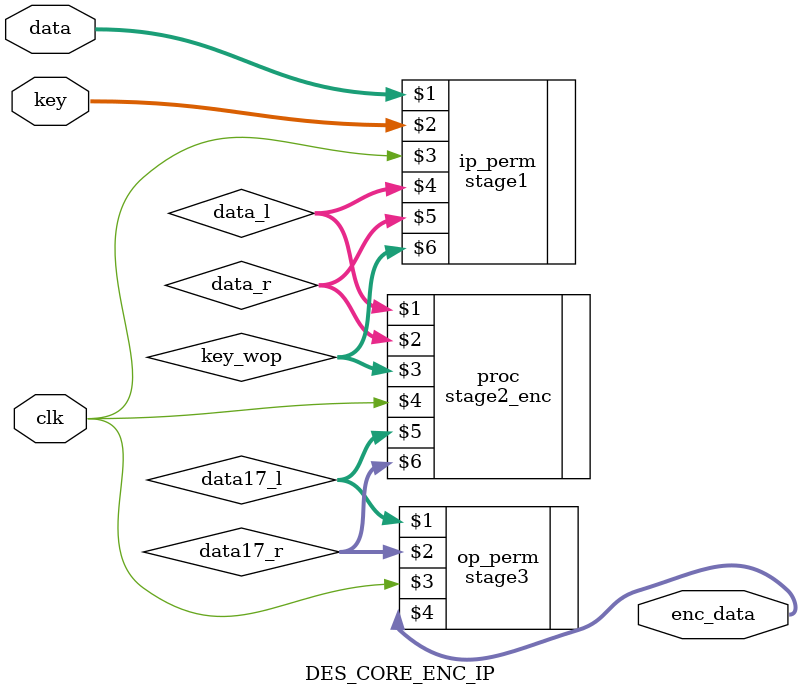
<source format=v>
module DES_CORE_ENC_IP(input[64:1] data,key,
					input clk,
					output[64:1] enc_data);
	
	wire[32:1] data_l,data_r,data17_l,data17_r;
	wire[56:1] key_wop;
	
	stage1 ip_perm(data,key,clk,data_l,data_r,key_wop);
	stage2_enc proc(data_l,data_r,key_wop,clk,data17_l,data17_r);
	stage3 op_perm(data17_l,data17_r,clk,enc_data);
	
endmodule
</source>
